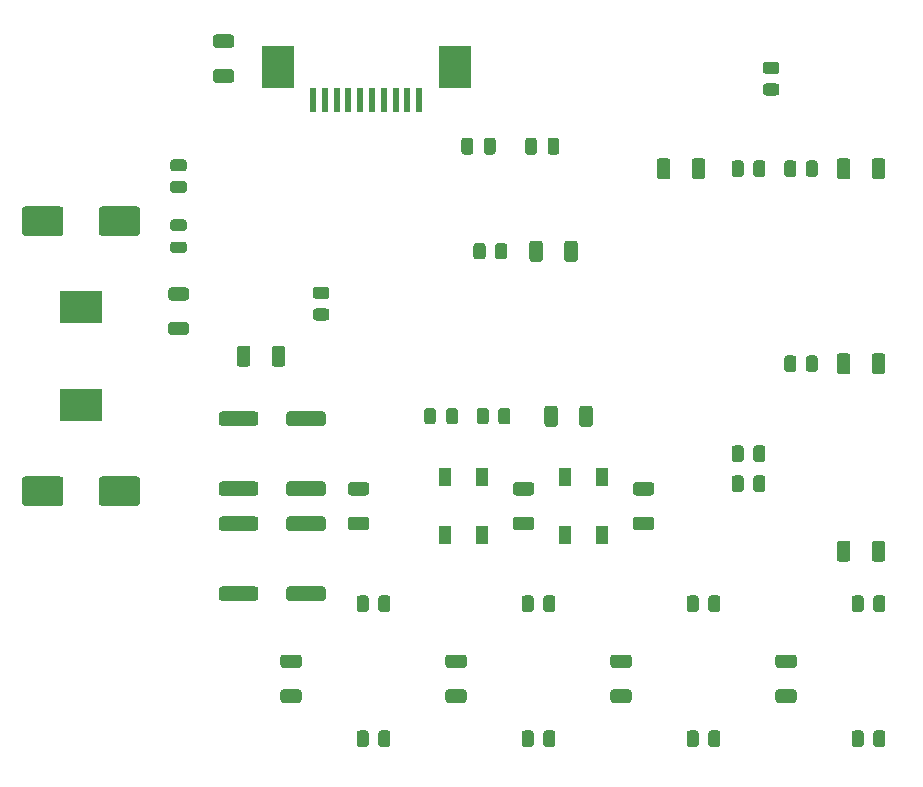
<source format=gbr>
%TF.GenerationSoftware,KiCad,Pcbnew,(5.1.10)-1*%
%TF.CreationDate,2021-08-11T22:08:48+03:00*%
%TF.ProjectId,ambient,616d6269-656e-4742-9e6b-696361645f70,rev?*%
%TF.SameCoordinates,Original*%
%TF.FileFunction,Paste,Top*%
%TF.FilePolarity,Positive*%
%FSLAX46Y46*%
G04 Gerber Fmt 4.6, Leading zero omitted, Abs format (unit mm)*
G04 Created by KiCad (PCBNEW (5.1.10)-1) date 2021-08-11 22:08:48*
%MOMM*%
%LPD*%
G01*
G04 APERTURE LIST*
%ADD10R,3.600000X2.700000*%
%ADD11R,0.610000X2.000000*%
%ADD12R,2.680000X3.600000*%
%ADD13R,1.000000X1.500000*%
G04 APERTURE END LIST*
%TO.C,C1*%
G36*
G01*
X59545000Y-50180001D02*
X59545000Y-48879999D01*
G75*
G02*
X59794999Y-48630000I249999J0D01*
G01*
X60445001Y-48630000D01*
G75*
G02*
X60695000Y-48879999I0J-249999D01*
G01*
X60695000Y-50180001D01*
G75*
G02*
X60445001Y-50430000I-249999J0D01*
G01*
X59794999Y-50430000D01*
G75*
G02*
X59545000Y-50180001I0J249999D01*
G01*
G37*
G36*
G01*
X62495000Y-50180001D02*
X62495000Y-48879999D01*
G75*
G02*
X62744999Y-48630000I249999J0D01*
G01*
X63395001Y-48630000D01*
G75*
G02*
X63645000Y-48879999I0J-249999D01*
G01*
X63645000Y-50180001D01*
G75*
G02*
X63395001Y-50430000I-249999J0D01*
G01*
X62744999Y-50430000D01*
G75*
G02*
X62495000Y-50180001I0J249999D01*
G01*
G37*
%TD*%
%TO.C,C2*%
G36*
G01*
X59425000Y-34909999D02*
X59425000Y-36210001D01*
G75*
G02*
X59175001Y-36460000I-249999J0D01*
G01*
X58524999Y-36460000D01*
G75*
G02*
X58275000Y-36210001I0J249999D01*
G01*
X58275000Y-34909999D01*
G75*
G02*
X58524999Y-34660000I249999J0D01*
G01*
X59175001Y-34660000D01*
G75*
G02*
X59425000Y-34909999I0J-249999D01*
G01*
G37*
G36*
G01*
X62375000Y-34909999D02*
X62375000Y-36210001D01*
G75*
G02*
X62125001Y-36460000I-249999J0D01*
G01*
X61474999Y-36460000D01*
G75*
G02*
X61225000Y-36210001I0J249999D01*
G01*
X61225000Y-34909999D01*
G75*
G02*
X61474999Y-34660000I249999J0D01*
G01*
X62125001Y-34660000D01*
G75*
G02*
X62375000Y-34909999I0J-249999D01*
G01*
G37*
%TD*%
%TO.C,C3*%
G36*
G01*
X60820000Y-26195000D02*
X60820000Y-27145000D01*
G75*
G02*
X60570000Y-27395000I-250000J0D01*
G01*
X60070000Y-27395000D01*
G75*
G02*
X59820000Y-27145000I0J250000D01*
G01*
X59820000Y-26195000D01*
G75*
G02*
X60070000Y-25945000I250000J0D01*
G01*
X60570000Y-25945000D01*
G75*
G02*
X60820000Y-26195000I0J-250000D01*
G01*
G37*
G36*
G01*
X58920000Y-26195000D02*
X58920000Y-27145000D01*
G75*
G02*
X58670000Y-27395000I-250000J0D01*
G01*
X58170000Y-27395000D01*
G75*
G02*
X57920000Y-27145000I0J250000D01*
G01*
X57920000Y-26195000D01*
G75*
G02*
X58170000Y-25945000I250000J0D01*
G01*
X58670000Y-25945000D01*
G75*
G02*
X58920000Y-26195000I0J-250000D01*
G01*
G37*
%TD*%
%TO.C,C4*%
G36*
G01*
X54425000Y-27145000D02*
X54425000Y-26195000D01*
G75*
G02*
X54675000Y-25945000I250000J0D01*
G01*
X55175000Y-25945000D01*
G75*
G02*
X55425000Y-26195000I0J-250000D01*
G01*
X55425000Y-27145000D01*
G75*
G02*
X55175000Y-27395000I-250000J0D01*
G01*
X54675000Y-27395000D01*
G75*
G02*
X54425000Y-27145000I0J250000D01*
G01*
G37*
G36*
G01*
X52525000Y-27145000D02*
X52525000Y-26195000D01*
G75*
G02*
X52775000Y-25945000I250000J0D01*
G01*
X53275000Y-25945000D01*
G75*
G02*
X53525000Y-26195000I0J-250000D01*
G01*
X53525000Y-27145000D01*
G75*
G02*
X53275000Y-27395000I-250000J0D01*
G01*
X52775000Y-27395000D01*
G75*
G02*
X52525000Y-27145000I0J250000D01*
G01*
G37*
%TD*%
%TO.C,R1*%
G36*
G01*
X53542500Y-36010002D02*
X53542500Y-35109998D01*
G75*
G02*
X53792498Y-34860000I249998J0D01*
G01*
X54317502Y-34860000D01*
G75*
G02*
X54567500Y-35109998I0J-249998D01*
G01*
X54567500Y-36010002D01*
G75*
G02*
X54317502Y-36260000I-249998J0D01*
G01*
X53792498Y-36260000D01*
G75*
G02*
X53542500Y-36010002I0J249998D01*
G01*
G37*
G36*
G01*
X55367500Y-36010002D02*
X55367500Y-35109998D01*
G75*
G02*
X55617498Y-34860000I249998J0D01*
G01*
X56142502Y-34860000D01*
G75*
G02*
X56392500Y-35109998I0J-249998D01*
G01*
X56392500Y-36010002D01*
G75*
G02*
X56142502Y-36260000I-249998J0D01*
G01*
X55617498Y-36260000D01*
G75*
G02*
X55367500Y-36010002I0J249998D01*
G01*
G37*
%TD*%
%TO.C,C5*%
G36*
G01*
X15320000Y-34020000D02*
X15320000Y-32020000D01*
G75*
G02*
X15570000Y-31770000I250000J0D01*
G01*
X18570000Y-31770000D01*
G75*
G02*
X18820000Y-32020000I0J-250000D01*
G01*
X18820000Y-34020000D01*
G75*
G02*
X18570000Y-34270000I-250000J0D01*
G01*
X15570000Y-34270000D01*
G75*
G02*
X15320000Y-34020000I0J250000D01*
G01*
G37*
G36*
G01*
X21820000Y-34020000D02*
X21820000Y-32020000D01*
G75*
G02*
X22070000Y-31770000I250000J0D01*
G01*
X25070000Y-31770000D01*
G75*
G02*
X25320000Y-32020000I0J-250000D01*
G01*
X25320000Y-34020000D01*
G75*
G02*
X25070000Y-34270000I-250000J0D01*
G01*
X22070000Y-34270000D01*
G75*
G02*
X21820000Y-34020000I0J250000D01*
G01*
G37*
%TD*%
%TO.C,C6*%
G36*
G01*
X21820000Y-56880000D02*
X21820000Y-54880000D01*
G75*
G02*
X22070000Y-54630000I250000J0D01*
G01*
X25070000Y-54630000D01*
G75*
G02*
X25320000Y-54880000I0J-250000D01*
G01*
X25320000Y-56880000D01*
G75*
G02*
X25070000Y-57130000I-250000J0D01*
G01*
X22070000Y-57130000D01*
G75*
G02*
X21820000Y-56880000I0J250000D01*
G01*
G37*
G36*
G01*
X15320000Y-56880000D02*
X15320000Y-54880000D01*
G75*
G02*
X15570000Y-54630000I250000J0D01*
G01*
X18570000Y-54630000D01*
G75*
G02*
X18820000Y-54880000I0J-250000D01*
G01*
X18820000Y-56880000D01*
G75*
G02*
X18570000Y-57130000I-250000J0D01*
G01*
X15570000Y-57130000D01*
G75*
G02*
X15320000Y-56880000I0J250000D01*
G01*
G37*
%TD*%
%TO.C,C7*%
G36*
G01*
X37449999Y-69705000D02*
X38750001Y-69705000D01*
G75*
G02*
X39000000Y-69954999I0J-249999D01*
G01*
X39000000Y-70605001D01*
G75*
G02*
X38750001Y-70855000I-249999J0D01*
G01*
X37449999Y-70855000D01*
G75*
G02*
X37200000Y-70605001I0J249999D01*
G01*
X37200000Y-69954999D01*
G75*
G02*
X37449999Y-69705000I249999J0D01*
G01*
G37*
G36*
G01*
X37449999Y-72655000D02*
X38750001Y-72655000D01*
G75*
G02*
X39000000Y-72904999I0J-249999D01*
G01*
X39000000Y-73555001D01*
G75*
G02*
X38750001Y-73805000I-249999J0D01*
G01*
X37449999Y-73805000D01*
G75*
G02*
X37200000Y-73555001I0J249999D01*
G01*
X37200000Y-72904999D01*
G75*
G02*
X37449999Y-72655000I249999J0D01*
G01*
G37*
%TD*%
D10*
%TO.C,L1*%
X20320000Y-40300000D03*
X20320000Y-48600000D03*
%TD*%
%TO.C,R2*%
G36*
G01*
X45485000Y-65855002D02*
X45485000Y-64954998D01*
G75*
G02*
X45734998Y-64705000I249998J0D01*
G01*
X46260002Y-64705000D01*
G75*
G02*
X46510000Y-64954998I0J-249998D01*
G01*
X46510000Y-65855002D01*
G75*
G02*
X46260002Y-66105000I-249998J0D01*
G01*
X45734998Y-66105000D01*
G75*
G02*
X45485000Y-65855002I0J249998D01*
G01*
G37*
G36*
G01*
X43660000Y-65855002D02*
X43660000Y-64954998D01*
G75*
G02*
X43909998Y-64705000I249998J0D01*
G01*
X44435002Y-64705000D01*
G75*
G02*
X44685000Y-64954998I0J-249998D01*
G01*
X44685000Y-65855002D01*
G75*
G02*
X44435002Y-66105000I-249998J0D01*
G01*
X43909998Y-66105000D01*
G75*
G02*
X43660000Y-65855002I0J249998D01*
G01*
G37*
%TD*%
%TO.C,R3*%
G36*
G01*
X43660000Y-77285002D02*
X43660000Y-76384998D01*
G75*
G02*
X43909998Y-76135000I249998J0D01*
G01*
X44435002Y-76135000D01*
G75*
G02*
X44685000Y-76384998I0J-249998D01*
G01*
X44685000Y-77285002D01*
G75*
G02*
X44435002Y-77535000I-249998J0D01*
G01*
X43909998Y-77535000D01*
G75*
G02*
X43660000Y-77285002I0J249998D01*
G01*
G37*
G36*
G01*
X45485000Y-77285002D02*
X45485000Y-76384998D01*
G75*
G02*
X45734998Y-76135000I249998J0D01*
G01*
X46260002Y-76135000D01*
G75*
G02*
X46510000Y-76384998I0J-249998D01*
G01*
X46510000Y-77285002D01*
G75*
G02*
X46260002Y-77535000I-249998J0D01*
G01*
X45734998Y-77535000D01*
G75*
G02*
X45485000Y-77285002I0J249998D01*
G01*
G37*
%TD*%
%TO.C,C8*%
G36*
G01*
X79359999Y-69705000D02*
X80660001Y-69705000D01*
G75*
G02*
X80910000Y-69954999I0J-249999D01*
G01*
X80910000Y-70605001D01*
G75*
G02*
X80660001Y-70855000I-249999J0D01*
G01*
X79359999Y-70855000D01*
G75*
G02*
X79110000Y-70605001I0J249999D01*
G01*
X79110000Y-69954999D01*
G75*
G02*
X79359999Y-69705000I249999J0D01*
G01*
G37*
G36*
G01*
X79359999Y-72655000D02*
X80660001Y-72655000D01*
G75*
G02*
X80910000Y-72904999I0J-249999D01*
G01*
X80910000Y-73555001D01*
G75*
G02*
X80660001Y-73805000I-249999J0D01*
G01*
X79359999Y-73805000D01*
G75*
G02*
X79110000Y-73555001I0J249999D01*
G01*
X79110000Y-72904999D01*
G75*
G02*
X79359999Y-72655000I249999J0D01*
G01*
G37*
%TD*%
%TO.C,C9*%
G36*
G01*
X51419999Y-72655000D02*
X52720001Y-72655000D01*
G75*
G02*
X52970000Y-72904999I0J-249999D01*
G01*
X52970000Y-73555001D01*
G75*
G02*
X52720001Y-73805000I-249999J0D01*
G01*
X51419999Y-73805000D01*
G75*
G02*
X51170000Y-73555001I0J249999D01*
G01*
X51170000Y-72904999D01*
G75*
G02*
X51419999Y-72655000I249999J0D01*
G01*
G37*
G36*
G01*
X51419999Y-69705000D02*
X52720001Y-69705000D01*
G75*
G02*
X52970000Y-69954999I0J-249999D01*
G01*
X52970000Y-70605001D01*
G75*
G02*
X52720001Y-70855000I-249999J0D01*
G01*
X51419999Y-70855000D01*
G75*
G02*
X51170000Y-70605001I0J249999D01*
G01*
X51170000Y-69954999D01*
G75*
G02*
X51419999Y-69705000I249999J0D01*
G01*
G37*
%TD*%
%TO.C,C10*%
G36*
G01*
X65389999Y-72655000D02*
X66690001Y-72655000D01*
G75*
G02*
X66940000Y-72904999I0J-249999D01*
G01*
X66940000Y-73555001D01*
G75*
G02*
X66690001Y-73805000I-249999J0D01*
G01*
X65389999Y-73805000D01*
G75*
G02*
X65140000Y-73555001I0J249999D01*
G01*
X65140000Y-72904999D01*
G75*
G02*
X65389999Y-72655000I249999J0D01*
G01*
G37*
G36*
G01*
X65389999Y-69705000D02*
X66690001Y-69705000D01*
G75*
G02*
X66940000Y-69954999I0J-249999D01*
G01*
X66940000Y-70605001D01*
G75*
G02*
X66690001Y-70855000I-249999J0D01*
G01*
X65389999Y-70855000D01*
G75*
G02*
X65140000Y-70605001I0J249999D01*
G01*
X65140000Y-69954999D01*
G75*
G02*
X65389999Y-69705000I249999J0D01*
G01*
G37*
%TD*%
%TO.C,C11*%
G36*
G01*
X31734999Y-17205000D02*
X33035001Y-17205000D01*
G75*
G02*
X33285000Y-17454999I0J-249999D01*
G01*
X33285000Y-18105001D01*
G75*
G02*
X33035001Y-18355000I-249999J0D01*
G01*
X31734999Y-18355000D01*
G75*
G02*
X31485000Y-18105001I0J249999D01*
G01*
X31485000Y-17454999D01*
G75*
G02*
X31734999Y-17205000I249999J0D01*
G01*
G37*
G36*
G01*
X31734999Y-20155000D02*
X33035001Y-20155000D01*
G75*
G02*
X33285000Y-20404999I0J-249999D01*
G01*
X33285000Y-21055001D01*
G75*
G02*
X33035001Y-21305000I-249999J0D01*
G01*
X31734999Y-21305000D01*
G75*
G02*
X31485000Y-21055001I0J249999D01*
G01*
X31485000Y-20404999D01*
G75*
G02*
X31734999Y-20155000I249999J0D01*
G01*
G37*
%TD*%
%TO.C,D1*%
G36*
G01*
X29031250Y-33840000D02*
X28118750Y-33840000D01*
G75*
G02*
X27875000Y-33596250I0J243750D01*
G01*
X27875000Y-33108750D01*
G75*
G02*
X28118750Y-32865000I243750J0D01*
G01*
X29031250Y-32865000D01*
G75*
G02*
X29275000Y-33108750I0J-243750D01*
G01*
X29275000Y-33596250D01*
G75*
G02*
X29031250Y-33840000I-243750J0D01*
G01*
G37*
G36*
G01*
X29031250Y-35715000D02*
X28118750Y-35715000D01*
G75*
G02*
X27875000Y-35471250I0J243750D01*
G01*
X27875000Y-34983750D01*
G75*
G02*
X28118750Y-34740000I243750J0D01*
G01*
X29031250Y-34740000D01*
G75*
G02*
X29275000Y-34983750I0J-243750D01*
G01*
X29275000Y-35471250D01*
G75*
G02*
X29031250Y-35715000I-243750J0D01*
G01*
G37*
%TD*%
%TO.C,D2*%
G36*
G01*
X49375000Y-49986250D02*
X49375000Y-49073750D01*
G75*
G02*
X49618750Y-48830000I243750J0D01*
G01*
X50106250Y-48830000D01*
G75*
G02*
X50350000Y-49073750I0J-243750D01*
G01*
X50350000Y-49986250D01*
G75*
G02*
X50106250Y-50230000I-243750J0D01*
G01*
X49618750Y-50230000D01*
G75*
G02*
X49375000Y-49986250I0J243750D01*
G01*
G37*
G36*
G01*
X51250000Y-49986250D02*
X51250000Y-49073750D01*
G75*
G02*
X51493750Y-48830000I243750J0D01*
G01*
X51981250Y-48830000D01*
G75*
G02*
X52225000Y-49073750I0J-243750D01*
G01*
X52225000Y-49986250D01*
G75*
G02*
X51981250Y-50230000I-243750J0D01*
G01*
X51493750Y-50230000D01*
G75*
G02*
X51250000Y-49986250I0J243750D01*
G01*
G37*
%TD*%
D11*
%TO.C,J2*%
X48950000Y-22755000D03*
X47950000Y-22755000D03*
X46950000Y-22755000D03*
X45950000Y-22755000D03*
X44950000Y-22755000D03*
X43950000Y-22755000D03*
X42950000Y-22755000D03*
X41950000Y-22755000D03*
X40950000Y-22755000D03*
X39950000Y-22755000D03*
D12*
X51940000Y-19955000D03*
X36960000Y-19955000D03*
%TD*%
%TO.C,R4*%
G36*
G01*
X85570000Y-65855002D02*
X85570000Y-64954998D01*
G75*
G02*
X85819998Y-64705000I249998J0D01*
G01*
X86345002Y-64705000D01*
G75*
G02*
X86595000Y-64954998I0J-249998D01*
G01*
X86595000Y-65855002D01*
G75*
G02*
X86345002Y-66105000I-249998J0D01*
G01*
X85819998Y-66105000D01*
G75*
G02*
X85570000Y-65855002I0J249998D01*
G01*
G37*
G36*
G01*
X87395000Y-65855002D02*
X87395000Y-64954998D01*
G75*
G02*
X87644998Y-64705000I249998J0D01*
G01*
X88170002Y-64705000D01*
G75*
G02*
X88420000Y-64954998I0J-249998D01*
G01*
X88420000Y-65855002D01*
G75*
G02*
X88170002Y-66105000I-249998J0D01*
G01*
X87644998Y-66105000D01*
G75*
G02*
X87395000Y-65855002I0J249998D01*
G01*
G37*
%TD*%
%TO.C,R5*%
G36*
G01*
X87395000Y-77285002D02*
X87395000Y-76384998D01*
G75*
G02*
X87644998Y-76135000I249998J0D01*
G01*
X88170002Y-76135000D01*
G75*
G02*
X88420000Y-76384998I0J-249998D01*
G01*
X88420000Y-77285002D01*
G75*
G02*
X88170002Y-77535000I-249998J0D01*
G01*
X87644998Y-77535000D01*
G75*
G02*
X87395000Y-77285002I0J249998D01*
G01*
G37*
G36*
G01*
X85570000Y-77285002D02*
X85570000Y-76384998D01*
G75*
G02*
X85819998Y-76135000I249998J0D01*
G01*
X86345002Y-76135000D01*
G75*
G02*
X86595000Y-76384998I0J-249998D01*
G01*
X86595000Y-77285002D01*
G75*
G02*
X86345002Y-77535000I-249998J0D01*
G01*
X85819998Y-77535000D01*
G75*
G02*
X85570000Y-77285002I0J249998D01*
G01*
G37*
%TD*%
%TO.C,R6*%
G36*
G01*
X59455000Y-65855002D02*
X59455000Y-64954998D01*
G75*
G02*
X59704998Y-64705000I249998J0D01*
G01*
X60230002Y-64705000D01*
G75*
G02*
X60480000Y-64954998I0J-249998D01*
G01*
X60480000Y-65855002D01*
G75*
G02*
X60230002Y-66105000I-249998J0D01*
G01*
X59704998Y-66105000D01*
G75*
G02*
X59455000Y-65855002I0J249998D01*
G01*
G37*
G36*
G01*
X57630000Y-65855002D02*
X57630000Y-64954998D01*
G75*
G02*
X57879998Y-64705000I249998J0D01*
G01*
X58405002Y-64705000D01*
G75*
G02*
X58655000Y-64954998I0J-249998D01*
G01*
X58655000Y-65855002D01*
G75*
G02*
X58405002Y-66105000I-249998J0D01*
G01*
X57879998Y-66105000D01*
G75*
G02*
X57630000Y-65855002I0J249998D01*
G01*
G37*
%TD*%
%TO.C,R7*%
G36*
G01*
X57630000Y-77285002D02*
X57630000Y-76384998D01*
G75*
G02*
X57879998Y-76135000I249998J0D01*
G01*
X58405002Y-76135000D01*
G75*
G02*
X58655000Y-76384998I0J-249998D01*
G01*
X58655000Y-77285002D01*
G75*
G02*
X58405002Y-77535000I-249998J0D01*
G01*
X57879998Y-77535000D01*
G75*
G02*
X57630000Y-77285002I0J249998D01*
G01*
G37*
G36*
G01*
X59455000Y-77285002D02*
X59455000Y-76384998D01*
G75*
G02*
X59704998Y-76135000I249998J0D01*
G01*
X60230002Y-76135000D01*
G75*
G02*
X60480000Y-76384998I0J-249998D01*
G01*
X60480000Y-77285002D01*
G75*
G02*
X60230002Y-77535000I-249998J0D01*
G01*
X59704998Y-77535000D01*
G75*
G02*
X59455000Y-77285002I0J249998D01*
G01*
G37*
%TD*%
%TO.C,R8*%
G36*
G01*
X73425000Y-65855002D02*
X73425000Y-64954998D01*
G75*
G02*
X73674998Y-64705000I249998J0D01*
G01*
X74200002Y-64705000D01*
G75*
G02*
X74450000Y-64954998I0J-249998D01*
G01*
X74450000Y-65855002D01*
G75*
G02*
X74200002Y-66105000I-249998J0D01*
G01*
X73674998Y-66105000D01*
G75*
G02*
X73425000Y-65855002I0J249998D01*
G01*
G37*
G36*
G01*
X71600000Y-65855002D02*
X71600000Y-64954998D01*
G75*
G02*
X71849998Y-64705000I249998J0D01*
G01*
X72375002Y-64705000D01*
G75*
G02*
X72625000Y-64954998I0J-249998D01*
G01*
X72625000Y-65855002D01*
G75*
G02*
X72375002Y-66105000I-249998J0D01*
G01*
X71849998Y-66105000D01*
G75*
G02*
X71600000Y-65855002I0J249998D01*
G01*
G37*
%TD*%
%TO.C,R9*%
G36*
G01*
X71600000Y-77285002D02*
X71600000Y-76384998D01*
G75*
G02*
X71849998Y-76135000I249998J0D01*
G01*
X72375002Y-76135000D01*
G75*
G02*
X72625000Y-76384998I0J-249998D01*
G01*
X72625000Y-77285002D01*
G75*
G02*
X72375002Y-77535000I-249998J0D01*
G01*
X71849998Y-77535000D01*
G75*
G02*
X71600000Y-77285002I0J249998D01*
G01*
G37*
G36*
G01*
X73425000Y-77285002D02*
X73425000Y-76384998D01*
G75*
G02*
X73674998Y-76135000I249998J0D01*
G01*
X74200002Y-76135000D01*
G75*
G02*
X74450000Y-76384998I0J-249998D01*
G01*
X74450000Y-77285002D01*
G75*
G02*
X74200002Y-77535000I-249998J0D01*
G01*
X73674998Y-77535000D01*
G75*
G02*
X73425000Y-77285002I0J249998D01*
G01*
G37*
%TD*%
%TO.C,R10*%
G36*
G01*
X29025002Y-30635000D02*
X28124998Y-30635000D01*
G75*
G02*
X27875000Y-30385002I0J249998D01*
G01*
X27875000Y-29859998D01*
G75*
G02*
X28124998Y-29610000I249998J0D01*
G01*
X29025002Y-29610000D01*
G75*
G02*
X29275000Y-29859998I0J-249998D01*
G01*
X29275000Y-30385002D01*
G75*
G02*
X29025002Y-30635000I-249998J0D01*
G01*
G37*
G36*
G01*
X29025002Y-28810000D02*
X28124998Y-28810000D01*
G75*
G02*
X27875000Y-28560002I0J249998D01*
G01*
X27875000Y-28034998D01*
G75*
G02*
X28124998Y-27785000I249998J0D01*
G01*
X29025002Y-27785000D01*
G75*
G02*
X29275000Y-28034998I0J-249998D01*
G01*
X29275000Y-28560002D01*
G75*
G02*
X29025002Y-28810000I-249998J0D01*
G01*
G37*
%TD*%
%TO.C,R11*%
G36*
G01*
X55645000Y-49980002D02*
X55645000Y-49079998D01*
G75*
G02*
X55894998Y-48830000I249998J0D01*
G01*
X56420002Y-48830000D01*
G75*
G02*
X56670000Y-49079998I0J-249998D01*
G01*
X56670000Y-49980002D01*
G75*
G02*
X56420002Y-50230000I-249998J0D01*
G01*
X55894998Y-50230000D01*
G75*
G02*
X55645000Y-49980002I0J249998D01*
G01*
G37*
G36*
G01*
X53820000Y-49980002D02*
X53820000Y-49079998D01*
G75*
G02*
X54069998Y-48830000I249998J0D01*
G01*
X54595002Y-48830000D01*
G75*
G02*
X54845000Y-49079998I0J-249998D01*
G01*
X54845000Y-49980002D01*
G75*
G02*
X54595002Y-50230000I-249998J0D01*
G01*
X54069998Y-50230000D01*
G75*
G02*
X53820000Y-49980002I0J249998D01*
G01*
G37*
%TD*%
%TO.C,C12*%
G36*
G01*
X73170000Y-27924999D02*
X73170000Y-29225001D01*
G75*
G02*
X72920001Y-29475000I-249999J0D01*
G01*
X72269999Y-29475000D01*
G75*
G02*
X72020000Y-29225001I0J249999D01*
G01*
X72020000Y-27924999D01*
G75*
G02*
X72269999Y-27675000I249999J0D01*
G01*
X72920001Y-27675000D01*
G75*
G02*
X73170000Y-27924999I0J-249999D01*
G01*
G37*
G36*
G01*
X70220000Y-27924999D02*
X70220000Y-29225001D01*
G75*
G02*
X69970001Y-29475000I-249999J0D01*
G01*
X69319999Y-29475000D01*
G75*
G02*
X69070000Y-29225001I0J249999D01*
G01*
X69070000Y-27924999D01*
G75*
G02*
X69319999Y-27675000I249999J0D01*
G01*
X69970001Y-27675000D01*
G75*
G02*
X70220000Y-27924999I0J-249999D01*
G01*
G37*
%TD*%
%TO.C,C13*%
G36*
G01*
X85460000Y-27924999D02*
X85460000Y-29225001D01*
G75*
G02*
X85210001Y-29475000I-249999J0D01*
G01*
X84559999Y-29475000D01*
G75*
G02*
X84310000Y-29225001I0J249999D01*
G01*
X84310000Y-27924999D01*
G75*
G02*
X84559999Y-27675000I249999J0D01*
G01*
X85210001Y-27675000D01*
G75*
G02*
X85460000Y-27924999I0J-249999D01*
G01*
G37*
G36*
G01*
X88410000Y-27924999D02*
X88410000Y-29225001D01*
G75*
G02*
X88160001Y-29475000I-249999J0D01*
G01*
X87509999Y-29475000D01*
G75*
G02*
X87260000Y-29225001I0J249999D01*
G01*
X87260000Y-27924999D01*
G75*
G02*
X87509999Y-27675000I249999J0D01*
G01*
X88160001Y-27675000D01*
G75*
G02*
X88410000Y-27924999I0J-249999D01*
G01*
G37*
%TD*%
%TO.C,C14*%
G36*
G01*
X88410000Y-44434999D02*
X88410000Y-45735001D01*
G75*
G02*
X88160001Y-45985000I-249999J0D01*
G01*
X87509999Y-45985000D01*
G75*
G02*
X87260000Y-45735001I0J249999D01*
G01*
X87260000Y-44434999D01*
G75*
G02*
X87509999Y-44185000I249999J0D01*
G01*
X88160001Y-44185000D01*
G75*
G02*
X88410000Y-44434999I0J-249999D01*
G01*
G37*
G36*
G01*
X85460000Y-44434999D02*
X85460000Y-45735001D01*
G75*
G02*
X85210001Y-45985000I-249999J0D01*
G01*
X84559999Y-45985000D01*
G75*
G02*
X84310000Y-45735001I0J249999D01*
G01*
X84310000Y-44434999D01*
G75*
G02*
X84559999Y-44185000I249999J0D01*
G01*
X85210001Y-44185000D01*
G75*
G02*
X85460000Y-44434999I0J-249999D01*
G01*
G37*
%TD*%
%TO.C,C15*%
G36*
G01*
X85460000Y-60309999D02*
X85460000Y-61610001D01*
G75*
G02*
X85210001Y-61860000I-249999J0D01*
G01*
X84559999Y-61860000D01*
G75*
G02*
X84310000Y-61610001I0J249999D01*
G01*
X84310000Y-60309999D01*
G75*
G02*
X84559999Y-60060000I249999J0D01*
G01*
X85210001Y-60060000D01*
G75*
G02*
X85460000Y-60309999I0J-249999D01*
G01*
G37*
G36*
G01*
X88410000Y-60309999D02*
X88410000Y-61610001D01*
G75*
G02*
X88160001Y-61860000I-249999J0D01*
G01*
X87509999Y-61860000D01*
G75*
G02*
X87260000Y-61610001I0J249999D01*
G01*
X87260000Y-60309999D01*
G75*
G02*
X87509999Y-60060000I249999J0D01*
G01*
X88160001Y-60060000D01*
G75*
G02*
X88410000Y-60309999I0J-249999D01*
G01*
G37*
%TD*%
%TO.C,R12*%
G36*
G01*
X77235000Y-29025002D02*
X77235000Y-28124998D01*
G75*
G02*
X77484998Y-27875000I249998J0D01*
G01*
X78010002Y-27875000D01*
G75*
G02*
X78260000Y-28124998I0J-249998D01*
G01*
X78260000Y-29025002D01*
G75*
G02*
X78010002Y-29275000I-249998J0D01*
G01*
X77484998Y-29275000D01*
G75*
G02*
X77235000Y-29025002I0J249998D01*
G01*
G37*
G36*
G01*
X75410000Y-29025002D02*
X75410000Y-28124998D01*
G75*
G02*
X75659998Y-27875000I249998J0D01*
G01*
X76185002Y-27875000D01*
G75*
G02*
X76435000Y-28124998I0J-249998D01*
G01*
X76435000Y-29025002D01*
G75*
G02*
X76185002Y-29275000I-249998J0D01*
G01*
X75659998Y-29275000D01*
G75*
G02*
X75410000Y-29025002I0J249998D01*
G01*
G37*
%TD*%
%TO.C,R13*%
G36*
G01*
X82705000Y-28124998D02*
X82705000Y-29025002D01*
G75*
G02*
X82455002Y-29275000I-249998J0D01*
G01*
X81929998Y-29275000D01*
G75*
G02*
X81680000Y-29025002I0J249998D01*
G01*
X81680000Y-28124998D01*
G75*
G02*
X81929998Y-27875000I249998J0D01*
G01*
X82455002Y-27875000D01*
G75*
G02*
X82705000Y-28124998I0J-249998D01*
G01*
G37*
G36*
G01*
X80880000Y-28124998D02*
X80880000Y-29025002D01*
G75*
G02*
X80630002Y-29275000I-249998J0D01*
G01*
X80104998Y-29275000D01*
G75*
G02*
X79855000Y-29025002I0J249998D01*
G01*
X79855000Y-28124998D01*
G75*
G02*
X80104998Y-27875000I249998J0D01*
G01*
X80630002Y-27875000D01*
G75*
G02*
X80880000Y-28124998I0J-249998D01*
G01*
G37*
%TD*%
%TO.C,R14*%
G36*
G01*
X79190002Y-20555000D02*
X78289998Y-20555000D01*
G75*
G02*
X78040000Y-20305002I0J249998D01*
G01*
X78040000Y-19779998D01*
G75*
G02*
X78289998Y-19530000I249998J0D01*
G01*
X79190002Y-19530000D01*
G75*
G02*
X79440000Y-19779998I0J-249998D01*
G01*
X79440000Y-20305002D01*
G75*
G02*
X79190002Y-20555000I-249998J0D01*
G01*
G37*
G36*
G01*
X79190002Y-22380000D02*
X78289998Y-22380000D01*
G75*
G02*
X78040000Y-22130002I0J249998D01*
G01*
X78040000Y-21604998D01*
G75*
G02*
X78289998Y-21355000I249998J0D01*
G01*
X79190002Y-21355000D01*
G75*
G02*
X79440000Y-21604998I0J-249998D01*
G01*
X79440000Y-22130002D01*
G75*
G02*
X79190002Y-22380000I-249998J0D01*
G01*
G37*
%TD*%
%TO.C,R15*%
G36*
G01*
X80880000Y-44634998D02*
X80880000Y-45535002D01*
G75*
G02*
X80630002Y-45785000I-249998J0D01*
G01*
X80104998Y-45785000D01*
G75*
G02*
X79855000Y-45535002I0J249998D01*
G01*
X79855000Y-44634998D01*
G75*
G02*
X80104998Y-44385000I249998J0D01*
G01*
X80630002Y-44385000D01*
G75*
G02*
X80880000Y-44634998I0J-249998D01*
G01*
G37*
G36*
G01*
X82705000Y-44634998D02*
X82705000Y-45535002D01*
G75*
G02*
X82455002Y-45785000I-249998J0D01*
G01*
X81929998Y-45785000D01*
G75*
G02*
X81680000Y-45535002I0J249998D01*
G01*
X81680000Y-44634998D01*
G75*
G02*
X81929998Y-44385000I249998J0D01*
G01*
X82455002Y-44385000D01*
G75*
G02*
X82705000Y-44634998I0J-249998D01*
G01*
G37*
%TD*%
%TO.C,R16*%
G36*
G01*
X75410000Y-53155002D02*
X75410000Y-52254998D01*
G75*
G02*
X75659998Y-52005000I249998J0D01*
G01*
X76185002Y-52005000D01*
G75*
G02*
X76435000Y-52254998I0J-249998D01*
G01*
X76435000Y-53155002D01*
G75*
G02*
X76185002Y-53405000I-249998J0D01*
G01*
X75659998Y-53405000D01*
G75*
G02*
X75410000Y-53155002I0J249998D01*
G01*
G37*
G36*
G01*
X77235000Y-53155002D02*
X77235000Y-52254998D01*
G75*
G02*
X77484998Y-52005000I249998J0D01*
G01*
X78010002Y-52005000D01*
G75*
G02*
X78260000Y-52254998I0J-249998D01*
G01*
X78260000Y-53155002D01*
G75*
G02*
X78010002Y-53405000I-249998J0D01*
G01*
X77484998Y-53405000D01*
G75*
G02*
X77235000Y-53155002I0J249998D01*
G01*
G37*
%TD*%
%TO.C,R17*%
G36*
G01*
X75410000Y-55695002D02*
X75410000Y-54794998D01*
G75*
G02*
X75659998Y-54545000I249998J0D01*
G01*
X76185002Y-54545000D01*
G75*
G02*
X76435000Y-54794998I0J-249998D01*
G01*
X76435000Y-55695002D01*
G75*
G02*
X76185002Y-55945000I-249998J0D01*
G01*
X75659998Y-55945000D01*
G75*
G02*
X75410000Y-55695002I0J249998D01*
G01*
G37*
G36*
G01*
X77235000Y-55695002D02*
X77235000Y-54794998D01*
G75*
G02*
X77484998Y-54545000I249998J0D01*
G01*
X78010002Y-54545000D01*
G75*
G02*
X78260000Y-54794998I0J-249998D01*
G01*
X78260000Y-55695002D01*
G75*
G02*
X78010002Y-55945000I-249998J0D01*
G01*
X77484998Y-55945000D01*
G75*
G02*
X77235000Y-55695002I0J249998D01*
G01*
G37*
%TD*%
%TO.C,C16*%
G36*
G01*
X58435001Y-56250000D02*
X57134999Y-56250000D01*
G75*
G02*
X56885000Y-56000001I0J249999D01*
G01*
X56885000Y-55349999D01*
G75*
G02*
X57134999Y-55100000I249999J0D01*
G01*
X58435001Y-55100000D01*
G75*
G02*
X58685000Y-55349999I0J-249999D01*
G01*
X58685000Y-56000001D01*
G75*
G02*
X58435001Y-56250000I-249999J0D01*
G01*
G37*
G36*
G01*
X58435001Y-59200000D02*
X57134999Y-59200000D01*
G75*
G02*
X56885000Y-58950001I0J249999D01*
G01*
X56885000Y-58299999D01*
G75*
G02*
X57134999Y-58050000I249999J0D01*
G01*
X58435001Y-58050000D01*
G75*
G02*
X58685000Y-58299999I0J-249999D01*
G01*
X58685000Y-58950001D01*
G75*
G02*
X58435001Y-59200000I-249999J0D01*
G01*
G37*
%TD*%
%TO.C,C17*%
G36*
G01*
X67294999Y-55100000D02*
X68595001Y-55100000D01*
G75*
G02*
X68845000Y-55349999I0J-249999D01*
G01*
X68845000Y-56000001D01*
G75*
G02*
X68595001Y-56250000I-249999J0D01*
G01*
X67294999Y-56250000D01*
G75*
G02*
X67045000Y-56000001I0J249999D01*
G01*
X67045000Y-55349999D01*
G75*
G02*
X67294999Y-55100000I249999J0D01*
G01*
G37*
G36*
G01*
X67294999Y-58050000D02*
X68595001Y-58050000D01*
G75*
G02*
X68845000Y-58299999I0J-249999D01*
G01*
X68845000Y-58950001D01*
G75*
G02*
X68595001Y-59200000I-249999J0D01*
G01*
X67294999Y-59200000D01*
G75*
G02*
X67045000Y-58950001I0J249999D01*
G01*
X67045000Y-58299999D01*
G75*
G02*
X67294999Y-58050000I249999J0D01*
G01*
G37*
%TD*%
%TO.C,C18*%
G36*
G01*
X37610000Y-43799999D02*
X37610000Y-45100001D01*
G75*
G02*
X37360001Y-45350000I-249999J0D01*
G01*
X36709999Y-45350000D01*
G75*
G02*
X36460000Y-45100001I0J249999D01*
G01*
X36460000Y-43799999D01*
G75*
G02*
X36709999Y-43550000I249999J0D01*
G01*
X37360001Y-43550000D01*
G75*
G02*
X37610000Y-43799999I0J-249999D01*
G01*
G37*
G36*
G01*
X34660000Y-43799999D02*
X34660000Y-45100001D01*
G75*
G02*
X34410001Y-45350000I-249999J0D01*
G01*
X33759999Y-45350000D01*
G75*
G02*
X33510000Y-45100001I0J249999D01*
G01*
X33510000Y-43799999D01*
G75*
G02*
X33759999Y-43550000I249999J0D01*
G01*
X34410001Y-43550000D01*
G75*
G02*
X34660000Y-43799999I0J-249999D01*
G01*
G37*
%TD*%
%TO.C,C19*%
G36*
G01*
X44465001Y-56250000D02*
X43164999Y-56250000D01*
G75*
G02*
X42915000Y-56000001I0J249999D01*
G01*
X42915000Y-55349999D01*
G75*
G02*
X43164999Y-55100000I249999J0D01*
G01*
X44465001Y-55100000D01*
G75*
G02*
X44715000Y-55349999I0J-249999D01*
G01*
X44715000Y-56000001D01*
G75*
G02*
X44465001Y-56250000I-249999J0D01*
G01*
G37*
G36*
G01*
X44465001Y-59200000D02*
X43164999Y-59200000D01*
G75*
G02*
X42915000Y-58950001I0J249999D01*
G01*
X42915000Y-58299999D01*
G75*
G02*
X43164999Y-58050000I249999J0D01*
G01*
X44465001Y-58050000D01*
G75*
G02*
X44715000Y-58299999I0J-249999D01*
G01*
X44715000Y-58950001D01*
G75*
G02*
X44465001Y-59200000I-249999J0D01*
G01*
G37*
%TD*%
%TO.C,R18*%
G36*
G01*
X41090002Y-41430000D02*
X40189998Y-41430000D01*
G75*
G02*
X39940000Y-41180002I0J249998D01*
G01*
X39940000Y-40654998D01*
G75*
G02*
X40189998Y-40405000I249998J0D01*
G01*
X41090002Y-40405000D01*
G75*
G02*
X41340000Y-40654998I0J-249998D01*
G01*
X41340000Y-41180002D01*
G75*
G02*
X41090002Y-41430000I-249998J0D01*
G01*
G37*
G36*
G01*
X41090002Y-39605000D02*
X40189998Y-39605000D01*
G75*
G02*
X39940000Y-39355002I0J249998D01*
G01*
X39940000Y-38829998D01*
G75*
G02*
X40189998Y-38580000I249998J0D01*
G01*
X41090002Y-38580000D01*
G75*
G02*
X41340000Y-38829998I0J-249998D01*
G01*
X41340000Y-39355002D01*
G75*
G02*
X41090002Y-39605000I-249998J0D01*
G01*
G37*
%TD*%
%TO.C,R19*%
G36*
G01*
X29200003Y-42665000D02*
X27949997Y-42665000D01*
G75*
G02*
X27700000Y-42415003I0J249997D01*
G01*
X27700000Y-41789997D01*
G75*
G02*
X27949997Y-41540000I249997J0D01*
G01*
X29200003Y-41540000D01*
G75*
G02*
X29450000Y-41789997I0J-249997D01*
G01*
X29450000Y-42415003D01*
G75*
G02*
X29200003Y-42665000I-249997J0D01*
G01*
G37*
G36*
G01*
X29200003Y-39740000D02*
X27949997Y-39740000D01*
G75*
G02*
X27700000Y-39490003I0J249997D01*
G01*
X27700000Y-38864997D01*
G75*
G02*
X27949997Y-38615000I249997J0D01*
G01*
X29200003Y-38615000D01*
G75*
G02*
X29450000Y-38864997I0J-249997D01*
G01*
X29450000Y-39490003D01*
G75*
G02*
X29200003Y-39740000I-249997J0D01*
G01*
G37*
%TD*%
%TO.C,R20*%
G36*
G01*
X32229999Y-63945000D02*
X35080001Y-63945000D01*
G75*
G02*
X35330000Y-64194999I0J-249999D01*
G01*
X35330000Y-64920001D01*
G75*
G02*
X35080001Y-65170000I-249999J0D01*
G01*
X32229999Y-65170000D01*
G75*
G02*
X31980000Y-64920001I0J249999D01*
G01*
X31980000Y-64194999D01*
G75*
G02*
X32229999Y-63945000I249999J0D01*
G01*
G37*
G36*
G01*
X32229999Y-58020000D02*
X35080001Y-58020000D01*
G75*
G02*
X35330000Y-58269999I0J-249999D01*
G01*
X35330000Y-58995001D01*
G75*
G02*
X35080001Y-59245000I-249999J0D01*
G01*
X32229999Y-59245000D01*
G75*
G02*
X31980000Y-58995001I0J249999D01*
G01*
X31980000Y-58269999D01*
G75*
G02*
X32229999Y-58020000I249999J0D01*
G01*
G37*
%TD*%
%TO.C,R21*%
G36*
G01*
X37944999Y-58020000D02*
X40795001Y-58020000D01*
G75*
G02*
X41045000Y-58269999I0J-249999D01*
G01*
X41045000Y-58995001D01*
G75*
G02*
X40795001Y-59245000I-249999J0D01*
G01*
X37944999Y-59245000D01*
G75*
G02*
X37695000Y-58995001I0J249999D01*
G01*
X37695000Y-58269999D01*
G75*
G02*
X37944999Y-58020000I249999J0D01*
G01*
G37*
G36*
G01*
X37944999Y-63945000D02*
X40795001Y-63945000D01*
G75*
G02*
X41045000Y-64194999I0J-249999D01*
G01*
X41045000Y-64920001D01*
G75*
G02*
X40795001Y-65170000I-249999J0D01*
G01*
X37944999Y-65170000D01*
G75*
G02*
X37695000Y-64920001I0J249999D01*
G01*
X37695000Y-64194999D01*
G75*
G02*
X37944999Y-63945000I249999J0D01*
G01*
G37*
%TD*%
%TO.C,R22*%
G36*
G01*
X32229999Y-55055000D02*
X35080001Y-55055000D01*
G75*
G02*
X35330000Y-55304999I0J-249999D01*
G01*
X35330000Y-56030001D01*
G75*
G02*
X35080001Y-56280000I-249999J0D01*
G01*
X32229999Y-56280000D01*
G75*
G02*
X31980000Y-56030001I0J249999D01*
G01*
X31980000Y-55304999D01*
G75*
G02*
X32229999Y-55055000I249999J0D01*
G01*
G37*
G36*
G01*
X32229999Y-49130000D02*
X35080001Y-49130000D01*
G75*
G02*
X35330000Y-49379999I0J-249999D01*
G01*
X35330000Y-50105001D01*
G75*
G02*
X35080001Y-50355000I-249999J0D01*
G01*
X32229999Y-50355000D01*
G75*
G02*
X31980000Y-50105001I0J249999D01*
G01*
X31980000Y-49379999D01*
G75*
G02*
X32229999Y-49130000I249999J0D01*
G01*
G37*
%TD*%
%TO.C,R23*%
G36*
G01*
X37944999Y-49130000D02*
X40795001Y-49130000D01*
G75*
G02*
X41045000Y-49379999I0J-249999D01*
G01*
X41045000Y-50105001D01*
G75*
G02*
X40795001Y-50355000I-249999J0D01*
G01*
X37944999Y-50355000D01*
G75*
G02*
X37695000Y-50105001I0J249999D01*
G01*
X37695000Y-49379999D01*
G75*
G02*
X37944999Y-49130000I249999J0D01*
G01*
G37*
G36*
G01*
X37944999Y-55055000D02*
X40795001Y-55055000D01*
G75*
G02*
X41045000Y-55304999I0J-249999D01*
G01*
X41045000Y-56030001D01*
G75*
G02*
X40795001Y-56280000I-249999J0D01*
G01*
X37944999Y-56280000D01*
G75*
G02*
X37695000Y-56030001I0J249999D01*
G01*
X37695000Y-55304999D01*
G75*
G02*
X37944999Y-55055000I249999J0D01*
G01*
G37*
%TD*%
D13*
%TO.C,DD1*%
X51105000Y-59600000D03*
X54305000Y-59600000D03*
X51105000Y-54700000D03*
X54305000Y-54700000D03*
%TD*%
%TO.C,DD2*%
X64465000Y-54700000D03*
X61265000Y-54700000D03*
X64465000Y-59600000D03*
X61265000Y-59600000D03*
%TD*%
M02*

</source>
